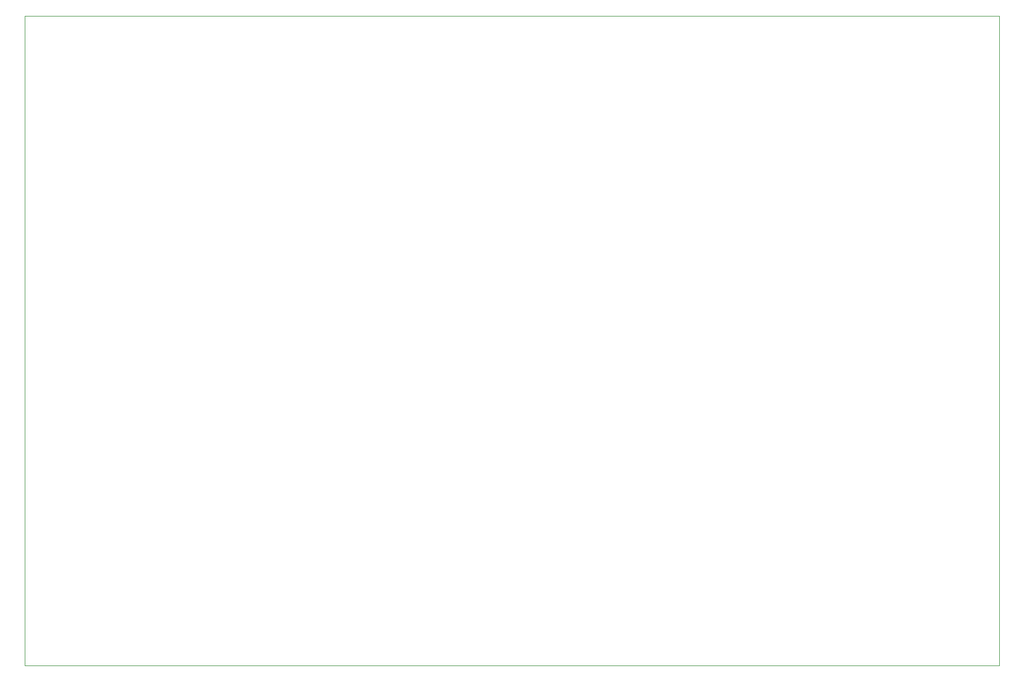
<source format=gm1>
G04 #@! TF.GenerationSoftware,KiCad,Pcbnew,9.0.0*
G04 #@! TF.CreationDate,2025-03-17T11:10:42+01:00*
G04 #@! TF.ProjectId,FBG_PCB,4642475f-5043-4422-9e6b-696361645f70,rev?*
G04 #@! TF.SameCoordinates,Original*
G04 #@! TF.FileFunction,Profile,NP*
%FSLAX46Y46*%
G04 Gerber Fmt 4.6, Leading zero omitted, Abs format (unit mm)*
G04 Created by KiCad (PCBNEW 9.0.0) date 2025-03-17 11:10:42*
%MOMM*%
%LPD*%
G01*
G04 APERTURE LIST*
G04 #@! TA.AperFunction,Profile*
%ADD10C,0.038100*%
G04 #@! TD*
G04 APERTURE END LIST*
D10*
X230000000Y200000000D02*
X380000000Y200000000D01*
X380000000Y100000000D01*
X230000000Y100000000D01*
X230000000Y200000000D01*
M02*

</source>
